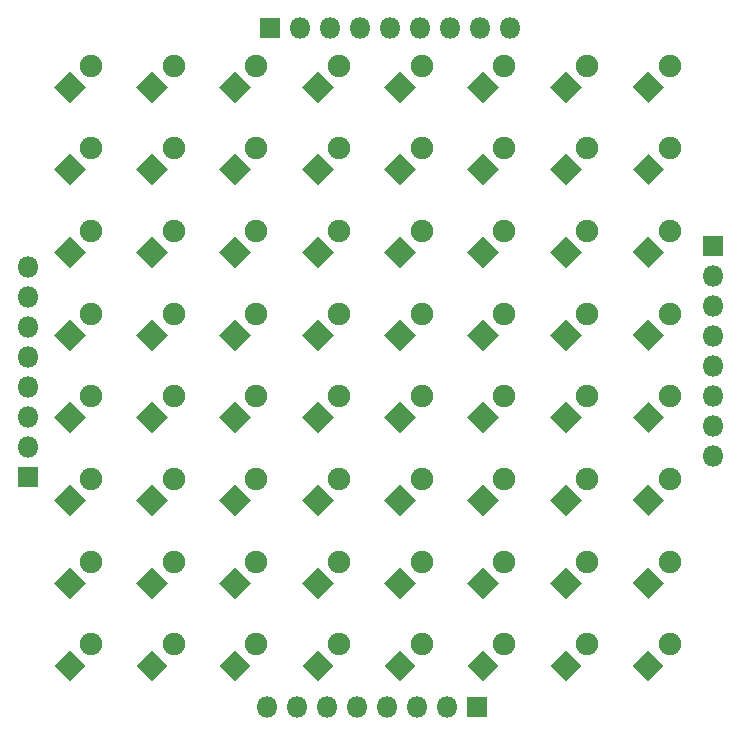
<source format=gbr>
%TF.GenerationSoftware,KiCad,Pcbnew,(5.1.6)-1*%
%TF.CreationDate,2020-05-26T21:01:59-04:00*%
%TF.ProjectId,ArduinoLife2_Display,41726475-696e-46f4-9c69-6665325f4469,rev?*%
%TF.SameCoordinates,Original*%
%TF.FileFunction,Soldermask,Top*%
%TF.FilePolarity,Negative*%
%FSLAX46Y46*%
G04 Gerber Fmt 4.6, Leading zero omitted, Abs format (unit mm)*
G04 Created by KiCad (PCBNEW (5.1.6)-1) date 2020-05-26 21:01:59*
%MOMM*%
%LPD*%
G01*
G04 APERTURE LIST*
%ADD10O,1.800000X1.800000*%
%ADD11R,1.800000X1.800000*%
%ADD12C,0.100000*%
%ADD13C,1.900000*%
G04 APERTURE END LIST*
D10*
%TO.C,J1*%
X141320000Y-77000000D03*
X138780000Y-77000000D03*
X136240000Y-77000000D03*
X133700000Y-77000000D03*
X131160000Y-77000000D03*
X128620000Y-77000000D03*
X126080000Y-77000000D03*
X123540000Y-77000000D03*
D11*
X121000000Y-77000000D03*
%TD*%
D12*
%TO.C,D1*%
G36*
X104000000Y-83343503D02*
G01*
X102656497Y-82000000D01*
X104000000Y-80656497D01*
X105343503Y-82000000D01*
X104000000Y-83343503D01*
G37*
D13*
X105796051Y-80203949D03*
%TD*%
%TO.C,D2*%
X112796051Y-80203949D03*
D12*
G36*
X111000000Y-83343503D02*
G01*
X109656497Y-82000000D01*
X111000000Y-80656497D01*
X112343503Y-82000000D01*
X111000000Y-83343503D01*
G37*
%TD*%
%TO.C,D3*%
G36*
X118000000Y-83343503D02*
G01*
X116656497Y-82000000D01*
X118000000Y-80656497D01*
X119343503Y-82000000D01*
X118000000Y-83343503D01*
G37*
D13*
X119796051Y-80203949D03*
%TD*%
%TO.C,D4*%
X126796051Y-80203949D03*
D12*
G36*
X125000000Y-83343503D02*
G01*
X123656497Y-82000000D01*
X125000000Y-80656497D01*
X126343503Y-82000000D01*
X125000000Y-83343503D01*
G37*
%TD*%
D13*
%TO.C,D5*%
X133796051Y-80203949D03*
D12*
G36*
X132000000Y-83343503D02*
G01*
X130656497Y-82000000D01*
X132000000Y-80656497D01*
X133343503Y-82000000D01*
X132000000Y-83343503D01*
G37*
%TD*%
%TO.C,D6*%
G36*
X139000000Y-83343503D02*
G01*
X137656497Y-82000000D01*
X139000000Y-80656497D01*
X140343503Y-82000000D01*
X139000000Y-83343503D01*
G37*
D13*
X140796051Y-80203949D03*
%TD*%
D12*
%TO.C,D7*%
G36*
X146000000Y-83343503D02*
G01*
X144656497Y-82000000D01*
X146000000Y-80656497D01*
X147343503Y-82000000D01*
X146000000Y-83343503D01*
G37*
D13*
X147796051Y-80203949D03*
%TD*%
%TO.C,D8*%
X154796051Y-80203949D03*
D12*
G36*
X153000000Y-83343503D02*
G01*
X151656497Y-82000000D01*
X153000000Y-80656497D01*
X154343503Y-82000000D01*
X153000000Y-83343503D01*
G37*
%TD*%
%TO.C,D9*%
G36*
X104000000Y-90343503D02*
G01*
X102656497Y-89000000D01*
X104000000Y-87656497D01*
X105343503Y-89000000D01*
X104000000Y-90343503D01*
G37*
D13*
X105796051Y-87203949D03*
%TD*%
%TO.C,D10*%
X112796051Y-87203949D03*
D12*
G36*
X111000000Y-90343503D02*
G01*
X109656497Y-89000000D01*
X111000000Y-87656497D01*
X112343503Y-89000000D01*
X111000000Y-90343503D01*
G37*
%TD*%
%TO.C,D11*%
G36*
X118000000Y-90343503D02*
G01*
X116656497Y-89000000D01*
X118000000Y-87656497D01*
X119343503Y-89000000D01*
X118000000Y-90343503D01*
G37*
D13*
X119796051Y-87203949D03*
%TD*%
%TO.C,D12*%
X126796051Y-87203949D03*
D12*
G36*
X125000000Y-90343503D02*
G01*
X123656497Y-89000000D01*
X125000000Y-87656497D01*
X126343503Y-89000000D01*
X125000000Y-90343503D01*
G37*
%TD*%
%TO.C,D13*%
G36*
X132000000Y-90343503D02*
G01*
X130656497Y-89000000D01*
X132000000Y-87656497D01*
X133343503Y-89000000D01*
X132000000Y-90343503D01*
G37*
D13*
X133796051Y-87203949D03*
%TD*%
%TO.C,D14*%
X140796051Y-87203949D03*
D12*
G36*
X139000000Y-90343503D02*
G01*
X137656497Y-89000000D01*
X139000000Y-87656497D01*
X140343503Y-89000000D01*
X139000000Y-90343503D01*
G37*
%TD*%
%TO.C,D15*%
G36*
X146000000Y-90343503D02*
G01*
X144656497Y-89000000D01*
X146000000Y-87656497D01*
X147343503Y-89000000D01*
X146000000Y-90343503D01*
G37*
D13*
X147796051Y-87203949D03*
%TD*%
%TO.C,D16*%
X154796051Y-87203949D03*
D12*
G36*
X153000000Y-90343503D02*
G01*
X151656497Y-89000000D01*
X153000000Y-87656497D01*
X154343503Y-89000000D01*
X153000000Y-90343503D01*
G37*
%TD*%
%TO.C,D17*%
G36*
X104000000Y-97343503D02*
G01*
X102656497Y-96000000D01*
X104000000Y-94656497D01*
X105343503Y-96000000D01*
X104000000Y-97343503D01*
G37*
D13*
X105796051Y-94203949D03*
%TD*%
%TO.C,D18*%
X112796051Y-94203949D03*
D12*
G36*
X111000000Y-97343503D02*
G01*
X109656497Y-96000000D01*
X111000000Y-94656497D01*
X112343503Y-96000000D01*
X111000000Y-97343503D01*
G37*
%TD*%
%TO.C,D19*%
G36*
X118000000Y-97343503D02*
G01*
X116656497Y-96000000D01*
X118000000Y-94656497D01*
X119343503Y-96000000D01*
X118000000Y-97343503D01*
G37*
D13*
X119796051Y-94203949D03*
%TD*%
%TO.C,D20*%
X126796051Y-94203949D03*
D12*
G36*
X125000000Y-97343503D02*
G01*
X123656497Y-96000000D01*
X125000000Y-94656497D01*
X126343503Y-96000000D01*
X125000000Y-97343503D01*
G37*
%TD*%
D13*
%TO.C,D21*%
X133796051Y-94203949D03*
D12*
G36*
X132000000Y-97343503D02*
G01*
X130656497Y-96000000D01*
X132000000Y-94656497D01*
X133343503Y-96000000D01*
X132000000Y-97343503D01*
G37*
%TD*%
%TO.C,D22*%
G36*
X139000000Y-97343503D02*
G01*
X137656497Y-96000000D01*
X139000000Y-94656497D01*
X140343503Y-96000000D01*
X139000000Y-97343503D01*
G37*
D13*
X140796051Y-94203949D03*
%TD*%
D12*
%TO.C,D23*%
G36*
X146000000Y-97343503D02*
G01*
X144656497Y-96000000D01*
X146000000Y-94656497D01*
X147343503Y-96000000D01*
X146000000Y-97343503D01*
G37*
D13*
X147796051Y-94203949D03*
%TD*%
%TO.C,D24*%
X154796051Y-94203949D03*
D12*
G36*
X153000000Y-97343503D02*
G01*
X151656497Y-96000000D01*
X153000000Y-94656497D01*
X154343503Y-96000000D01*
X153000000Y-97343503D01*
G37*
%TD*%
%TO.C,D25*%
G36*
X104000000Y-104343503D02*
G01*
X102656497Y-103000000D01*
X104000000Y-101656497D01*
X105343503Y-103000000D01*
X104000000Y-104343503D01*
G37*
D13*
X105796051Y-101203949D03*
%TD*%
%TO.C,D26*%
X112796051Y-101203949D03*
D12*
G36*
X111000000Y-104343503D02*
G01*
X109656497Y-103000000D01*
X111000000Y-101656497D01*
X112343503Y-103000000D01*
X111000000Y-104343503D01*
G37*
%TD*%
%TO.C,D27*%
G36*
X118000000Y-104343503D02*
G01*
X116656497Y-103000000D01*
X118000000Y-101656497D01*
X119343503Y-103000000D01*
X118000000Y-104343503D01*
G37*
D13*
X119796051Y-101203949D03*
%TD*%
D12*
%TO.C,D28*%
G36*
X125000000Y-104343503D02*
G01*
X123656497Y-103000000D01*
X125000000Y-101656497D01*
X126343503Y-103000000D01*
X125000000Y-104343503D01*
G37*
D13*
X126796051Y-101203949D03*
%TD*%
D12*
%TO.C,D29*%
G36*
X132000000Y-104343503D02*
G01*
X130656497Y-103000000D01*
X132000000Y-101656497D01*
X133343503Y-103000000D01*
X132000000Y-104343503D01*
G37*
D13*
X133796051Y-101203949D03*
%TD*%
%TO.C,D30*%
X140796051Y-101203949D03*
D12*
G36*
X139000000Y-104343503D02*
G01*
X137656497Y-103000000D01*
X139000000Y-101656497D01*
X140343503Y-103000000D01*
X139000000Y-104343503D01*
G37*
%TD*%
%TO.C,D31*%
G36*
X146000000Y-104343503D02*
G01*
X144656497Y-103000000D01*
X146000000Y-101656497D01*
X147343503Y-103000000D01*
X146000000Y-104343503D01*
G37*
D13*
X147796051Y-101203949D03*
%TD*%
%TO.C,D32*%
X154796051Y-101203949D03*
D12*
G36*
X153000000Y-104343503D02*
G01*
X151656497Y-103000000D01*
X153000000Y-101656497D01*
X154343503Y-103000000D01*
X153000000Y-104343503D01*
G37*
%TD*%
%TO.C,D33*%
G36*
X104000000Y-111343503D02*
G01*
X102656497Y-110000000D01*
X104000000Y-108656497D01*
X105343503Y-110000000D01*
X104000000Y-111343503D01*
G37*
D13*
X105796051Y-108203949D03*
%TD*%
%TO.C,D34*%
X112796051Y-108203949D03*
D12*
G36*
X111000000Y-111343503D02*
G01*
X109656497Y-110000000D01*
X111000000Y-108656497D01*
X112343503Y-110000000D01*
X111000000Y-111343503D01*
G37*
%TD*%
%TO.C,D35*%
G36*
X118000000Y-111343503D02*
G01*
X116656497Y-110000000D01*
X118000000Y-108656497D01*
X119343503Y-110000000D01*
X118000000Y-111343503D01*
G37*
D13*
X119796051Y-108203949D03*
%TD*%
%TO.C,D36*%
X126796051Y-108203949D03*
D12*
G36*
X125000000Y-111343503D02*
G01*
X123656497Y-110000000D01*
X125000000Y-108656497D01*
X126343503Y-110000000D01*
X125000000Y-111343503D01*
G37*
%TD*%
D13*
%TO.C,D37*%
X133796051Y-108203949D03*
D12*
G36*
X132000000Y-111343503D02*
G01*
X130656497Y-110000000D01*
X132000000Y-108656497D01*
X133343503Y-110000000D01*
X132000000Y-111343503D01*
G37*
%TD*%
D13*
%TO.C,D38*%
X140796051Y-108203949D03*
D12*
G36*
X139000000Y-111343503D02*
G01*
X137656497Y-110000000D01*
X139000000Y-108656497D01*
X140343503Y-110000000D01*
X139000000Y-111343503D01*
G37*
%TD*%
%TO.C,D39*%
G36*
X146000000Y-111343503D02*
G01*
X144656497Y-110000000D01*
X146000000Y-108656497D01*
X147343503Y-110000000D01*
X146000000Y-111343503D01*
G37*
D13*
X147796051Y-108203949D03*
%TD*%
%TO.C,D40*%
X154796051Y-108203949D03*
D12*
G36*
X153000000Y-111343503D02*
G01*
X151656497Y-110000000D01*
X153000000Y-108656497D01*
X154343503Y-110000000D01*
X153000000Y-111343503D01*
G37*
%TD*%
%TO.C,D41*%
G36*
X104000000Y-118343503D02*
G01*
X102656497Y-117000000D01*
X104000000Y-115656497D01*
X105343503Y-117000000D01*
X104000000Y-118343503D01*
G37*
D13*
X105796051Y-115203949D03*
%TD*%
%TO.C,D42*%
X112796051Y-115203949D03*
D12*
G36*
X111000000Y-118343503D02*
G01*
X109656497Y-117000000D01*
X111000000Y-115656497D01*
X112343503Y-117000000D01*
X111000000Y-118343503D01*
G37*
%TD*%
%TO.C,D43*%
G36*
X118000000Y-118343503D02*
G01*
X116656497Y-117000000D01*
X118000000Y-115656497D01*
X119343503Y-117000000D01*
X118000000Y-118343503D01*
G37*
D13*
X119796051Y-115203949D03*
%TD*%
%TO.C,D44*%
X126796051Y-115203949D03*
D12*
G36*
X125000000Y-118343503D02*
G01*
X123656497Y-117000000D01*
X125000000Y-115656497D01*
X126343503Y-117000000D01*
X125000000Y-118343503D01*
G37*
%TD*%
%TO.C,D45*%
G36*
X132000000Y-118343503D02*
G01*
X130656497Y-117000000D01*
X132000000Y-115656497D01*
X133343503Y-117000000D01*
X132000000Y-118343503D01*
G37*
D13*
X133796051Y-115203949D03*
%TD*%
%TO.C,D46*%
X140796051Y-115203949D03*
D12*
G36*
X139000000Y-118343503D02*
G01*
X137656497Y-117000000D01*
X139000000Y-115656497D01*
X140343503Y-117000000D01*
X139000000Y-118343503D01*
G37*
%TD*%
%TO.C,D47*%
G36*
X146000000Y-118343503D02*
G01*
X144656497Y-117000000D01*
X146000000Y-115656497D01*
X147343503Y-117000000D01*
X146000000Y-118343503D01*
G37*
D13*
X147796051Y-115203949D03*
%TD*%
%TO.C,D48*%
X154796051Y-115203949D03*
D12*
G36*
X153000000Y-118343503D02*
G01*
X151656497Y-117000000D01*
X153000000Y-115656497D01*
X154343503Y-117000000D01*
X153000000Y-118343503D01*
G37*
%TD*%
%TO.C,D49*%
G36*
X104000000Y-125343503D02*
G01*
X102656497Y-124000000D01*
X104000000Y-122656497D01*
X105343503Y-124000000D01*
X104000000Y-125343503D01*
G37*
D13*
X105796051Y-122203949D03*
%TD*%
%TO.C,D50*%
X112796051Y-122203949D03*
D12*
G36*
X111000000Y-125343503D02*
G01*
X109656497Y-124000000D01*
X111000000Y-122656497D01*
X112343503Y-124000000D01*
X111000000Y-125343503D01*
G37*
%TD*%
%TO.C,D51*%
G36*
X118000000Y-125343503D02*
G01*
X116656497Y-124000000D01*
X118000000Y-122656497D01*
X119343503Y-124000000D01*
X118000000Y-125343503D01*
G37*
D13*
X119796051Y-122203949D03*
%TD*%
%TO.C,D52*%
X126796051Y-122203949D03*
D12*
G36*
X125000000Y-125343503D02*
G01*
X123656497Y-124000000D01*
X125000000Y-122656497D01*
X126343503Y-124000000D01*
X125000000Y-125343503D01*
G37*
%TD*%
%TO.C,D53*%
G36*
X132000000Y-125343503D02*
G01*
X130656497Y-124000000D01*
X132000000Y-122656497D01*
X133343503Y-124000000D01*
X132000000Y-125343503D01*
G37*
D13*
X133796051Y-122203949D03*
%TD*%
%TO.C,D54*%
X140796051Y-122203949D03*
D12*
G36*
X139000000Y-125343503D02*
G01*
X137656497Y-124000000D01*
X139000000Y-122656497D01*
X140343503Y-124000000D01*
X139000000Y-125343503D01*
G37*
%TD*%
%TO.C,D55*%
G36*
X146000000Y-125343503D02*
G01*
X144656497Y-124000000D01*
X146000000Y-122656497D01*
X147343503Y-124000000D01*
X146000000Y-125343503D01*
G37*
D13*
X147796051Y-122203949D03*
%TD*%
%TO.C,D56*%
X154796051Y-122203949D03*
D12*
G36*
X153000000Y-125343503D02*
G01*
X151656497Y-124000000D01*
X153000000Y-122656497D01*
X154343503Y-124000000D01*
X153000000Y-125343503D01*
G37*
%TD*%
%TO.C,D57*%
G36*
X104000000Y-132343503D02*
G01*
X102656497Y-131000000D01*
X104000000Y-129656497D01*
X105343503Y-131000000D01*
X104000000Y-132343503D01*
G37*
D13*
X105796051Y-129203949D03*
%TD*%
%TO.C,D58*%
X112796051Y-129203949D03*
D12*
G36*
X111000000Y-132343503D02*
G01*
X109656497Y-131000000D01*
X111000000Y-129656497D01*
X112343503Y-131000000D01*
X111000000Y-132343503D01*
G37*
%TD*%
%TO.C,D59*%
G36*
X118000000Y-132343503D02*
G01*
X116656497Y-131000000D01*
X118000000Y-129656497D01*
X119343503Y-131000000D01*
X118000000Y-132343503D01*
G37*
D13*
X119796051Y-129203949D03*
%TD*%
%TO.C,D60*%
X126796051Y-129203949D03*
D12*
G36*
X125000000Y-132343503D02*
G01*
X123656497Y-131000000D01*
X125000000Y-129656497D01*
X126343503Y-131000000D01*
X125000000Y-132343503D01*
G37*
%TD*%
%TO.C,D61*%
G36*
X132000000Y-132343503D02*
G01*
X130656497Y-131000000D01*
X132000000Y-129656497D01*
X133343503Y-131000000D01*
X132000000Y-132343503D01*
G37*
D13*
X133796051Y-129203949D03*
%TD*%
%TO.C,D62*%
X140796051Y-129203949D03*
D12*
G36*
X139000000Y-132343503D02*
G01*
X137656497Y-131000000D01*
X139000000Y-129656497D01*
X140343503Y-131000000D01*
X139000000Y-132343503D01*
G37*
%TD*%
%TO.C,D63*%
G36*
X146000000Y-132343503D02*
G01*
X144656497Y-131000000D01*
X146000000Y-129656497D01*
X147343503Y-131000000D01*
X146000000Y-132343503D01*
G37*
D13*
X147796051Y-129203949D03*
%TD*%
%TO.C,D64*%
X154796051Y-129203949D03*
D12*
G36*
X153000000Y-132343503D02*
G01*
X151656497Y-131000000D01*
X153000000Y-129656497D01*
X154343503Y-131000000D01*
X153000000Y-132343503D01*
G37*
%TD*%
D11*
%TO.C,J2*%
X158500000Y-95500000D03*
D10*
X158500000Y-98040000D03*
X158500000Y-100580000D03*
X158500000Y-103120000D03*
X158500000Y-105660000D03*
X158500000Y-108200000D03*
X158500000Y-110740000D03*
X158500000Y-113280000D03*
%TD*%
%TO.C,J3*%
X100500000Y-97220000D03*
X100500000Y-99760000D03*
X100500000Y-102300000D03*
X100500000Y-104840000D03*
X100500000Y-107380000D03*
X100500000Y-109920000D03*
X100500000Y-112460000D03*
D11*
X100500000Y-115000000D03*
%TD*%
D10*
%TO.C,J4*%
X120720000Y-134500000D03*
X123260000Y-134500000D03*
X125800000Y-134500000D03*
X128340000Y-134500000D03*
X130880000Y-134500000D03*
X133420000Y-134500000D03*
X135960000Y-134500000D03*
D11*
X138500000Y-134500000D03*
%TD*%
M02*

</source>
